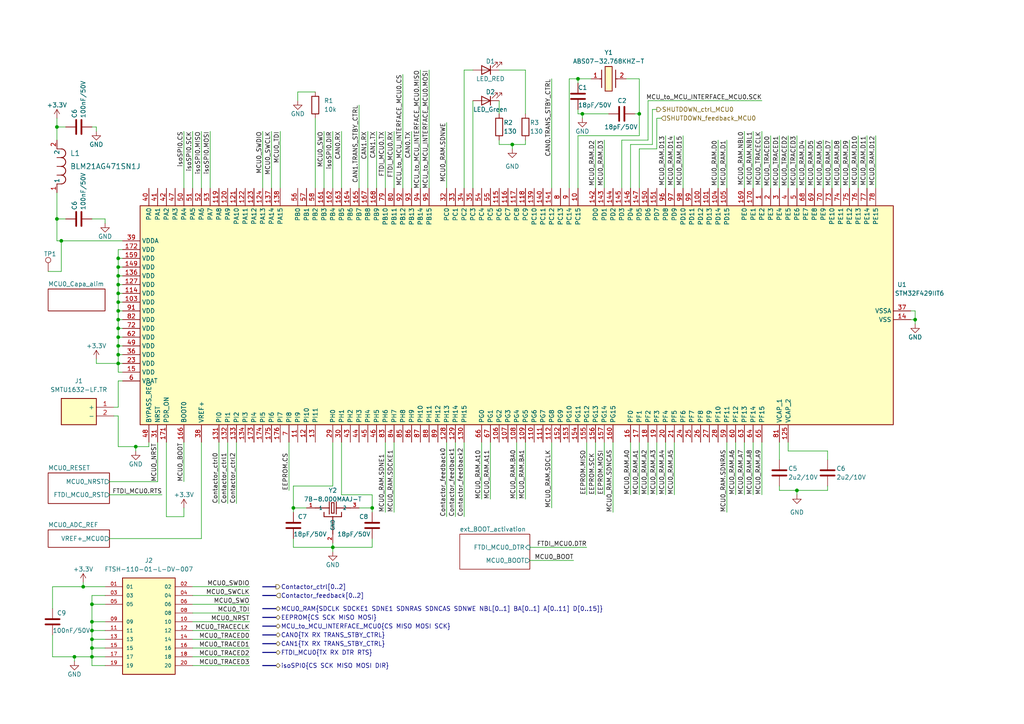
<source format=kicad_sch>
(kicad_sch (version 20230121) (generator eeschema)
  (paper "A4")
  (lib_symbols
    (symbol "2023-11-05_10-50-36:BLM21AG471SN1J" (pin_names (offset 0.254))
      (property "Reference" "L" (at 6.985 5.08 0))
      (property "Value" "BLM21AG471SN1J" (at 6.985 -2.54 0))
      (symbol "BLM21AG471SN1J_1_1"
        (pin unspecified line (at 15.24 0 180) (length 2.54) (name "1") (number "1"))
        (pin unspecified line (at 0 0 0) (length 2.54) (name "2") (number "2"))
      )
      (symbol "BLM21AG471SN1J_1_2"
        (pin unspecified line (at 0 15.24 270) (length 2.54) (name "1") (number "1"))
        (pin unspecified line (at 0 0 90) (length 2.54) (name "2") (number "2"))
      )
    )
    (symbol "7B-8.000MAAJ-T:7B-8.000MAAJ-T" (pin_names (offset 1.016))
      (property "Reference" "Y" (at 3.8109 -4.0649 0))
      (property "Value" "7B-8.000MAAJ-T" (at 3.8168 -6.3614 0))
      (symbol "7B-8.000MAAJ-T_0_0"
        (pin passive line (at -7.62 0 0) (length 2.54) (name "1") (number "1"))
        (pin passive line (at 0 -10.16 90) (length 2.54) (name "GND") (number "2"))
        (pin passive line (at 7.62 0 180) (length 2.54) (name "2") (number "3"))
      )
    )
    (symbol "ABS07-32_768KHZ-T:ABS07-32.768KHZ-T" (pin_names hide)
      (property "Reference" "Y" (at 8.89 6.35 0))
      (property "Value" "ABS07-32.768KHZ-T" (at 8.89 3.81 0))
      (symbol "ABS07-32.768KHZ-T_1_1"
        (pin passive line (at 0 0 0) (length 2.54) (name "1") (number "1"))
        (pin passive line (at 10.16 0 180) (length 2.54) (name "2") (number "2"))
      )
    )
    (symbol "Connector:TestPoint" (pin_numbers hide) (pin_names (offset 0.762) hide)
      (property "Reference" "TP" (at 0 6.858 0))
      (property "Value" "TestPoint" (at 0 5.08 0))
      (symbol "TestPoint_1_1"
        (pin passive line (at 0 0 90) (length 2.54) (name "1") (number "1"))
      )
    )
    (symbol "Device:C" (pin_numbers hide) (pin_names (offset 0.254))
      (property "Reference" "C" (at 0.635 2.54 0))
      (property "Value" "C" (at 0.635 -2.54 0))
      (symbol "C_1_1"
        (pin passive line (at 0 3.81 270) (length 2.794) (name "~") (number "1"))
        (pin passive line (at 0 -3.81 90) (length 2.794) (name "~") (number "2"))
      )
    )
    (symbol "Device:LED" (pin_numbers hide) (pin_names (offset 1.016) hide)
      (property "Reference" "D" (at 0 2.54 0))
      (property "Value" "LED" (at 0 -2.54 0))
      (symbol "LED_1_1"
        (pin passive line (at -3.81 0 0) (length 2.54) (name "K") (number "1"))
        (pin passive line (at 3.81 0 180) (length 2.54) (name "A") (number "2"))
      )
    )
    (symbol "Device:R" (pin_numbers hide) (pin_names (offset 0))
      (property "Reference" "R" (at 2.032 0 90))
      (property "Value" "R" (at 0 0 90))
      (symbol "R_1_1"
        (pin passive line (at 0 3.81 270) (length 1.27) (name "~") (number "1"))
        (pin passive line (at 0 -3.81 90) (length 1.27) (name "~") (number "2"))
      )
    )
    (symbol "FTSH-110-01-L-DV-007:FTSH-110-01-L-DV-007" (pin_names (offset 1.016))
      (property "Reference" "J" (at -8.12 15.24 0))
      (property "Value" "FTSH-110-01-L-DV-007" (at -7.62 -15.24 0))
      (symbol "FTSH-110-01-L-DV-007_0_0"
        (pin passive line (at -12.7 12.7 0) (length 5.08) (name "01") (number "01"))
        (pin passive line (at 12.7 12.7 180) (length 5.08) (name "02") (number "02"))
        (pin passive line (at -12.7 10.16 0) (length 5.08) (name "03") (number "03"))
        (pin passive line (at 12.7 10.16 180) (length 5.08) (name "04") (number "04"))
        (pin passive line (at -12.7 7.62 0) (length 5.08) (name "05") (number "05"))
        (pin passive line (at 12.7 7.62 180) (length 5.08) (name "06") (number "06"))
        (pin passive line (at 12.7 5.08 180) (length 5.08) (name "08") (number "08"))
        (pin passive line (at -12.7 2.54 0) (length 5.08) (name "09") (number "09"))
        (pin passive line (at 12.7 2.54 180) (length 5.08) (name "10") (number "10"))
        (pin passive line (at -12.7 0 0) (length 5.08) (name "11") (number "11"))
        (pin passive line (at 12.7 0 180) (length 5.08) (name "12") (number "12"))
        (pin passive line (at -12.7 -2.54 0) (length 5.08) (name "13") (number "13"))
        (pin passive line (at 12.7 -2.54 180) (length 5.08) (name "14") (number "14"))
        (pin passive line (at -12.7 -5.08 0) (length 5.08) (name "15") (number "15"))
        (pin passive line (at 12.7 -5.08 180) (length 5.08) (name "16") (number "16"))
        (pin passive line (at -12.7 -7.62 0) (length 5.08) (name "17") (number "17"))
        (pin passive line (at 12.7 -7.62 180) (length 5.08) (name "18") (number "18"))
        (pin passive line (at -12.7 -10.16 0) (length 5.08) (name "19") (number "19"))
        (pin passive line (at 12.7 -10.16 180) (length 5.08) (name "20") (number "20"))
      )
    )
    (symbol "MCU_ST_STM32F4:STM32F429IITx"
      (property "Reference" "U" (at -30.48 110.49 0))
      (property "Value" "STM32F429IITx" (at 25.4 110.49 0))
      (symbol "STM32F429IITx_1_1"
        (pin bidirectional line (at 38.1 -71.12 180) (length 5.08) (name "PE2") (number "1"))
        (pin bidirectional line (at 38.1 -17.78 180) (length 5.08) (name "PC15") (number "10"))
        (pin bidirectional line (at 38.1 -53.34 180) (length 5.08) (name "PD12") (number "100"))
        (pin bidirectional line (at 38.1 -55.88 180) (length 5.08) (name "PD13") (number "101"))
        (pin passive line (at 0 -114.3 90) (length 5.08) hide (name "VSS") (number "102"))
        (pin power_in line (at 5.08 114.3 270) (length 5.08) (name "VDD") (number "103"))
        (pin bidirectional line (at 38.1 -58.42 180) (length 5.08) (name "PD14") (number "104"))
        (pin bidirectional line (at 38.1 -60.96 180) (length 5.08) (name "PD15") (number "105"))
        (pin bidirectional line (at -35.56 5.08 0) (length 5.08) (name "PG2") (number "106"))
        (pin bidirectional line (at -35.56 2.54 0) (length 5.08) (name "PG3") (number "107"))
        (pin bidirectional line (at -35.56 0 0) (length 5.08) (name "PG4") (number "108"))
        (pin bidirectional line (at -35.56 -2.54 0) (length 5.08) (name "PG5") (number "109"))
        (pin bidirectional line (at -35.56 63.5 0) (length 5.08) (name "PI9") (number "11"))
        (pin bidirectional line (at -35.56 -5.08 0) (length 5.08) (name "PG6") (number "110"))
        (pin bidirectional line (at -35.56 -7.62 0) (length 5.08) (name "PG7") (number "111"))
        (pin bidirectional line (at -35.56 -10.16 0) (length 5.08) (name "PG8") (number "112"))
        (pin passive line (at 0 -114.3 90) (length 5.08) hide (name "VSS") (number "113"))
        (pin power_in line (at 7.62 114.3 270) (length 5.08) (name "VDD") (number "114"))
        (pin bidirectional line (at 38.1 5.08 180) (length 5.08) (name "PC6") (number "115"))
        (pin bidirectional line (at 38.1 2.54 180) (length 5.08) (name "PC7") (number "116"))
        (pin bidirectional line (at 38.1 0 180) (length 5.08) (name "PC8") (number "117"))
        (pin bidirectional line (at 38.1 -2.54 180) (length 5.08) (name "PC9") (number "118"))
        (pin bidirectional line (at 38.1 86.36 180) (length 5.08) (name "PA8") (number "119"))
        (pin bidirectional line (at -35.56 60.96 0) (length 5.08) (name "PI10") (number "12"))
        (pin bidirectional line (at 38.1 83.82 180) (length 5.08) (name "PA9") (number "120"))
        (pin bidirectional line (at 38.1 81.28 180) (length 5.08) (name "PA10") (number "121"))
        (pin bidirectional line (at 38.1 78.74 180) (length 5.08) (name "PA11") (number "122"))
        (pin bidirectional line (at 38.1 76.2 180) (length 5.08) (name "PA12") (number "123"))
        (pin bidirectional line (at 38.1 73.66 180) (length 5.08) (name "PA13") (number "124"))
        (pin power_out line (at -35.56 -78.74 0) (length 5.08) (name "VCAP_2") (number "125"))
        (pin passive line (at 0 -114.3 90) (length 5.08) hide (name "VSS") (number "126"))
        (pin power_in line (at 10.16 114.3 270) (length 5.08) (name "VDD") (number "127"))
        (pin bidirectional line (at -35.56 20.32 0) (length 5.08) (name "PH13") (number "128"))
        (pin bidirectional line (at -35.56 17.78 0) (length 5.08) (name "PH14") (number "129"))
        (pin bidirectional line (at -35.56 58.42 0) (length 5.08) (name "PI11") (number "13"))
        (pin bidirectional line (at -35.56 15.24 0) (length 5.08) (name "PH15") (number "130"))
        (pin bidirectional line (at -35.56 86.36 0) (length 5.08) (name "PI0") (number "131"))
        (pin bidirectional line (at -35.56 83.82 0) (length 5.08) (name "PI1") (number "132"))
        (pin bidirectional line (at -35.56 81.28 0) (length 5.08) (name "PI2") (number "133"))
        (pin bidirectional line (at -35.56 78.74 0) (length 5.08) (name "PI3") (number "134"))
        (pin passive line (at 0 -114.3 90) (length 5.08) hide (name "VSS") (number "135"))
        (pin power_in line (at 12.7 114.3 270) (length 5.08) (name "VDD") (number "136"))
        (pin bidirectional line (at 38.1 71.12 180) (length 5.08) (name "PA14") (number "137"))
        (pin bidirectional line (at 38.1 68.58 180) (length 5.08) (name "PA15") (number "138"))
        (pin bidirectional line (at 38.1 -5.08 180) (length 5.08) (name "PC10") (number "139"))
        (pin power_in line (at 0 -114.3 90) (length 5.08) (name "VSS") (number "14"))
        (pin bidirectional line (at 38.1 -7.62 180) (length 5.08) (name "PC11") (number "140"))
        (pin bidirectional line (at 38.1 -10.16 180) (length 5.08) (name "PC12") (number "141"))
        (pin bidirectional line (at 38.1 -22.86 180) (length 5.08) (name "PD0") (number "142"))
        (pin bidirectional line (at 38.1 -25.4 180) (length 5.08) (name "PD1") (number "143"))
        (pin bidirectional line (at 38.1 -27.94 180) (length 5.08) (name "PD2") (number "144"))
        (pin bidirectional line (at 38.1 -30.48 180) (length 5.08) (name "PD3") (number "145"))
        (pin bidirectional line (at 38.1 -33.02 180) (length 5.08) (name "PD4") (number "146"))
        (pin bidirectional line (at 38.1 -35.56 180) (length 5.08) (name "PD5") (number "147"))
        (pin passive line (at 0 -114.3 90) (length 5.08) hide (name "VSS") (number "148"))
        (pin power_in line (at 15.24 114.3 270) (length 5.08) (name "VDD") (number "149"))
        (pin power_in line (at -15.24 114.3 270) (length 5.08) (name "VDD") (number "15"))
        (pin bidirectional line (at 38.1 -38.1 180) (length 5.08) (name "PD6") (number "150"))
        (pin bidirectional line (at 38.1 -40.64 180) (length 5.08) (name "PD7") (number "151"))
        (pin bidirectional line (at -35.56 -12.7 0) (length 5.08) (name "PG9") (number "152"))
        (pin bidirectional line (at -35.56 -15.24 0) (length 5.08) (name "PG10") (number "153"))
        (pin bidirectional line (at -35.56 -17.78 0) (length 5.08) (name "PG11") (number "154"))
        (pin bidirectional line (at -35.56 -20.32 0) (length 5.08) (name "PG12") (number "155"))
        (pin bidirectional line (at -35.56 -22.86 0) (length 5.08) (name "PG13") (number "156"))
        (pin bidirectional line (at -35.56 -25.4 0) (length 5.08) (name "PG14") (number "157"))
        (pin passive line (at 0 -114.3 90) (length 5.08) hide (name "VSS") (number "158"))
        (pin power_in line (at 17.78 114.3 270) (length 5.08) (name "VDD") (number "159"))
        (pin bidirectional line (at -35.56 -33.02 0) (length 5.08) (name "PF0") (number "16"))
        (pin bidirectional line (at -35.56 -27.94 0) (length 5.08) (name "PG15") (number "160"))
        (pin bidirectional line (at 38.1 55.88 180) (length 5.08) (name "PB3") (number "161"))
        (pin bidirectional line (at 38.1 53.34 180) (length 5.08) (name "PB4") (number "162"))
        (pin bidirectional line (at 38.1 50.8 180) (length 5.08) (name "PB5") (number "163"))
        (pin bidirectional line (at 38.1 48.26 180) (length 5.08) (name "PB6") (number "164"))
        (pin bidirectional line (at 38.1 45.72 180) (length 5.08) (name "PB7") (number "165"))
        (pin input line (at -35.56 96.52 0) (length 5.08) (name "BOOT0") (number "166"))
        (pin bidirectional line (at 38.1 43.18 180) (length 5.08) (name "PB8") (number "167"))
        (pin bidirectional line (at 38.1 40.64 180) (length 5.08) (name "PB9") (number "168"))
        (pin bidirectional line (at 38.1 -66.04 180) (length 5.08) (name "PE0") (number "169"))
        (pin bidirectional line (at -35.56 -35.56 0) (length 5.08) (name "PF1") (number "17"))
        (pin bidirectional line (at 38.1 -68.58 180) (length 5.08) (name "PE1") (number "170"))
        (pin input line (at -35.56 101.6 0) (length 5.08) (name "PDR_ON") (number "171"))
        (pin power_in line (at 20.32 114.3 270) (length 5.08) (name "VDD") (number "172"))
        (pin bidirectional line (at -35.56 76.2 0) (length 5.08) (name "PI4") (number "173"))
        (pin bidirectional line (at -35.56 73.66 0) (length 5.08) (name "PI5") (number "174"))
        (pin bidirectional line (at -35.56 71.12 0) (length 5.08) (name "PI6") (number "175"))
        (pin bidirectional line (at -35.56 68.58 0) (length 5.08) (name "PI7") (number "176"))
        (pin bidirectional line (at -35.56 -38.1 0) (length 5.08) (name "PF2") (number "18"))
        (pin bidirectional line (at -35.56 -40.64 0) (length 5.08) (name "PF3") (number "19"))
        (pin bidirectional line (at 38.1 -73.66 180) (length 5.08) (name "PE3") (number "2"))
        (pin bidirectional line (at -35.56 -43.18 0) (length 5.08) (name "PF4") (number "20"))
        (pin bidirectional line (at -35.56 -45.72 0) (length 5.08) (name "PF5") (number "21"))
        (pin passive line (at 0 -114.3 90) (length 5.08) hide (name "VSS") (number "22"))
        (pin power_in line (at -12.7 114.3 270) (length 5.08) (name "VDD") (number "23"))
        (pin bidirectional line (at -35.56 -48.26 0) (length 5.08) (name "PF6") (number "24"))
        (pin bidirectional line (at -35.56 -50.8 0) (length 5.08) (name "PF7") (number "25"))
        (pin bidirectional line (at -35.56 -53.34 0) (length 5.08) (name "PF8") (number "26"))
        (pin bidirectional line (at -35.56 -55.88 0) (length 5.08) (name "PF9") (number "27"))
        (pin bidirectional line (at -35.56 -58.42 0) (length 5.08) (name "PF10") (number "28"))
        (pin bidirectional line (at -35.56 53.34 0) (length 5.08) (name "PH0") (number "29"))
        (pin bidirectional line (at 38.1 -76.2 180) (length 5.08) (name "PE4") (number "3"))
        (pin bidirectional line (at -35.56 50.8 0) (length 5.08) (name "PH1") (number "30"))
        (pin input line (at -35.56 104.14 0) (length 5.08) (name "NRST") (number "31"))
        (pin bidirectional line (at 38.1 20.32 180) (length 5.08) (name "PC0") (number "32"))
        (pin bidirectional line (at 38.1 17.78 180) (length 5.08) (name "PC1") (number "33"))
        (pin bidirectional line (at 38.1 15.24 180) (length 5.08) (name "PC2") (number "34"))
        (pin bidirectional line (at 38.1 12.7 180) (length 5.08) (name "PC3") (number "35"))
        (pin power_in line (at -10.16 114.3 270) (length 5.08) (name "VDD") (number "36"))
        (pin power_in line (at 2.54 -114.3 90) (length 5.08) (name "VSSA") (number "37"))
        (pin input line (at -35.56 91.44 0) (length 5.08) (name "VREF+") (number "38"))
        (pin power_in line (at 22.86 114.3 270) (length 5.08) (name "VDDA") (number "39"))
        (pin bidirectional line (at 38.1 -78.74 180) (length 5.08) (name "PE5") (number "4"))
        (pin bidirectional line (at 38.1 106.68 180) (length 5.08) (name "PA0") (number "40"))
        (pin bidirectional line (at 38.1 104.14 180) (length 5.08) (name "PA1") (number "41"))
        (pin bidirectional line (at 38.1 101.6 180) (length 5.08) (name "PA2") (number "42"))
        (pin bidirectional line (at -35.56 48.26 0) (length 5.08) (name "PH2") (number "43"))
        (pin bidirectional line (at -35.56 45.72 0) (length 5.08) (name "PH3") (number "44"))
        (pin bidirectional line (at -35.56 43.18 0) (length 5.08) (name "PH4") (number "45"))
        (pin bidirectional line (at -35.56 40.64 0) (length 5.08) (name "PH5") (number "46"))
        (pin bidirectional line (at 38.1 99.06 180) (length 5.08) (name "PA3") (number "47"))
        (pin input line (at -35.56 106.68 0) (length 5.08) (name "BYPASS_REG") (number "48"))
        (pin power_in line (at -7.62 114.3 270) (length 5.08) (name "VDD") (number "49"))
        (pin bidirectional line (at 38.1 -81.28 180) (length 5.08) (name "PE6") (number "5"))
        (pin bidirectional line (at 38.1 96.52 180) (length 5.08) (name "PA4") (number "50"))
        (pin bidirectional line (at 38.1 93.98 180) (length 5.08) (name "PA5") (number "51"))
        (pin bidirectional line (at 38.1 91.44 180) (length 5.08) (name "PA6") (number "52"))
        (pin bidirectional line (at 38.1 88.9 180) (length 5.08) (name "PA7") (number "53"))
        (pin bidirectional line (at 38.1 10.16 180) (length 5.08) (name "PC4") (number "54"))
        (pin bidirectional line (at 38.1 7.62 180) (length 5.08) (name "PC5") (number "55"))
        (pin bidirectional line (at 38.1 63.5 180) (length 5.08) (name "PB0") (number "56"))
        (pin bidirectional line (at 38.1 60.96 180) (length 5.08) (name "PB1") (number "57"))
        (pin bidirectional line (at 38.1 58.42 180) (length 5.08) (name "PB2") (number "58"))
        (pin bidirectional line (at -35.56 -60.96 0) (length 5.08) (name "PF11") (number "59"))
        (pin power_in line (at -17.78 114.3 270) (length 5.08) (name "VBAT") (number "6"))
        (pin bidirectional line (at -35.56 -63.5 0) (length 5.08) (name "PF12") (number "60"))
        (pin passive line (at 0 -114.3 90) (length 5.08) hide (name "VSS") (number "61"))
        (pin power_in line (at -5.08 114.3 270) (length 5.08) (name "VDD") (number "62"))
        (pin bidirectional line (at -35.56 -66.04 0) (length 5.08) (name "PF13") (number "63"))
        (pin bidirectional line (at -35.56 -68.58 0) (length 5.08) (name "PF14") (number "64"))
        (pin bidirectional line (at -35.56 -71.12 0) (length 5.08) (name "PF15") (number "65"))
        (pin bidirectional line (at -35.56 10.16 0) (length 5.08) (name "PG0") (number "66"))
        (pin bidirectional line (at -35.56 7.62 0) (length 5.08) (name "PG1") (number "67"))
        (pin bidirectional line (at 38.1 -83.82 180) (length 5.08) (name "PE7") (number "68"))
        (pin bidirectional line (at 38.1 -86.36 180) (length 5.08) (name "PE8") (number "69"))
        (pin bidirectional line (at -35.56 66.04 0) (length 5.08) (name "PI8") (number "7"))
        (pin bidirectional line (at 38.1 -88.9 180) (length 5.08) (name "PE9") (number "70"))
        (pin passive line (at 0 -114.3 90) (length 5.08) hide (name "VSS") (number "71"))
        (pin power_in line (at -2.54 114.3 270) (length 5.08) (name "VDD") (number "72"))
        (pin bidirectional line (at 38.1 -91.44 180) (length 5.08) (name "PE10") (number "73"))
        (pin bidirectional line (at 38.1 -93.98 180) (length 5.08) (name "PE11") (number "74"))
        (pin bidirectional line (at 38.1 -96.52 180) (length 5.08) (name "PE12") (number "75"))
        (pin bidirectional line (at 38.1 -99.06 180) (length 5.08) (name "PE13") (number "76"))
        (pin bidirectional line (at 38.1 -101.6 180) (length 5.08) (name "PE14") (number "77"))
        (pin bidirectional line (at 38.1 -104.14 180) (length 5.08) (name "PE15") (number "78"))
        (pin bidirectional line (at 38.1 38.1 180) (length 5.08) (name "PB10") (number "79"))
        (pin bidirectional line (at 38.1 -12.7 180) (length 5.08) (name "PC13") (number "8"))
        (pin bidirectional line (at 38.1 35.56 180) (length 5.08) (name "PB11") (number "80"))
        (pin power_out line (at -35.56 -76.2 0) (length 5.08) (name "VCAP_1") (number "81"))
        (pin power_in line (at 0 114.3 270) (length 5.08) (name "VDD") (number "82"))
        (pin bidirectional line (at -35.56 38.1 0) (length 5.08) (name "PH6") (number "83"))
        (pin bidirectional line (at -35.56 35.56 0) (length 5.08) (name "PH7") (number "84"))
        (pin bidirectional line (at -35.56 33.02 0) (length 5.08) (name "PH8") (number "85"))
        (pin bidirectional line (at -35.56 30.48 0) (length 5.08) (name "PH9") (number "86"))
        (pin bidirectional line (at -35.56 27.94 0) (length 5.08) (name "PH10") (number "87"))
        (pin bidirectional line (at -35.56 25.4 0) (length 5.08) (name "PH11") (number "88"))
        (pin bidirectional line (at -35.56 22.86 0) (length 5.08) (name "PH12") (number "89"))
        (pin bidirectional line (at 38.1 -15.24 180) (length 5.08) (name "PC14") (number "9"))
        (pin passive line (at 0 -114.3 90) (length 5.08) hide (name "VSS") (number "90"))
        (pin power_in line (at 2.54 114.3 270) (length 5.08) (name "VDD") (number "91"))
        (pin bidirectional line (at 38.1 33.02 180) (length 5.08) (name "PB12") (number "92"))
        (pin bidirectional line (at 38.1 30.48 180) (length 5.08) (name "PB13") (number "93"))
        (pin bidirectional line (at 38.1 27.94 180) (length 5.08) (name "PB14") (number "94"))
        (pin bidirectional line (at 38.1 25.4 180) (length 5.08) (name "PB15") (number "95"))
        (pin bidirectional line (at 38.1 -43.18 180) (length 5.08) (name "PD8") (number "96"))
        (pin bidirectional line (at 38.1 -45.72 180) (length 5.08) (name "PD9") (number "97"))
        (pin bidirectional line (at 38.1 -48.26 180) (length 5.08) (name "PD10") (number "98"))
        (pin bidirectional line (at 38.1 -50.8 180) (length 5.08) (name "PD11") (number "99"))
      )
    )
    (symbol "SMTU1632-LF_TR:SMTU1632-LF.TR"
      (property "Reference" "J" (at 16.51 7.62 0))
      (property "Value" "SMTU1632-LF.TR" (at 16.51 5.08 0))
      (symbol "SMTU1632-LF.TR_1_1"
        (pin passive line (at 0 0 0) (length 5.08) (name "+") (number "1"))
        (pin passive line (at 0 -2.54 0) (length 5.08) (name "-") (number "2"))
      )
    )
    (symbol "bmsPower_Symbols:+3V3_0" (power) (in_bom no) (on_board no)
      (property "Value" "+3V3_0" (at 0 3.302 0))
      (symbol "+3V3_0_1_1"
        (pin power_in line (at 0 0 90) (length 0) hide (name "+3.3V") (number "1"))
      )
    )
    (symbol "bmsPower_Symbols:GND_0" (power) (in_bom no) (on_board no)
      (property "Value" "GND_0" (at 0 -4.064 0))
      (symbol "GND_0_1_1"
        (pin power_in line (at 0 0 270) (length 0) hide (name "GND") (number "1"))
      )
    )
  )
  (junction (at 85.09 147.32))
  (junction (at 26.67 182.88))
  (junction (at 167.64 22.86))
  (junction (at 21.59 190.5))
  (junction (at 265.43 92.71))
  (junction (at 96.52 158.75))
  (junction (at 185.42 33.02))
  (junction (at 148.59 41.91))
  (junction (at 34.29 102.87))
  (junction (at 39.37 129.54))
  (junction (at 34.29 90.17))
  (junction (at 168.91 33.02))
  (junction (at 26.67 180.34))
  (junction (at 26.67 187.96))
  (junction (at 17.78 69.85))
  (junction (at 26.67 190.5))
  (junction (at 26.67 175.26))
  (junction (at 24.13 170.18))
  (junction (at 34.29 105.41))
  (junction (at 34.29 95.25))
  (junction (at 34.29 92.71))
  (junction (at 34.29 85.09))
  (junction (at 34.29 87.63))
  (junction (at 34.29 97.79))
  (junction (at 16.51 63.5))
  (junction (at 231.14 142.24))
  (junction (at 34.29 80.01))
  (junction (at 34.29 82.55))
  (junction (at 34.29 74.93))
  (junction (at 34.29 100.33))
  (junction (at 107.95 147.32))
  (junction (at 34.29 77.47))
  (junction (at 16.51 36.83))
  (junction (at 26.67 185.42))
  (wire (pts (xy 153.67 158.75) (xy 170.18 158.75)))
  (wire (pts (xy 233.68 40.64) (xy 233.68 54.61)))
  (wire (pts (xy 34.29 102.87) (xy 35.56 102.87)))
  (wire (pts (xy 181.61 22.86) (xy 185.42 22.86)))
  (wire (pts (xy 243.84 40.64) (xy 243.84 54.61)))
  (wire (pts (xy 13.97 78.74) (xy 17.78 78.74)))
  (wire (pts (xy 175.26 128.27) (xy 175.26 143.51)))
  (wire (pts (xy 119.38 54.61) (xy 119.38 38.1)))
  (wire (pts (xy 223.52 39.37) (xy 223.52 54.61)))
  (wire (pts (xy 68.58 128.27) (xy 68.58 146.05)))
  (wire (pts (xy 55.88 193.04) (xy 72.39 193.04)))
  (wire (pts (xy 160.02 54.61) (xy 160.02 22.86)))
  (wire (pts (xy 27.94 36.83) (xy 27.94 38.1)))
  (wire (pts (xy 26.67 182.88) (xy 30.48 182.88)))
  (wire (pts (xy 34.29 80.01) (xy 35.56 80.01)))
  (wire (pts (xy 26.67 193.04) (xy 30.48 193.04)))
  (wire (pts (xy 34.29 110.49) (xy 35.56 110.49)))
  (wire (pts (xy 121.92 54.61) (xy 121.92 20.32)))
  (wire (pts (xy 26.67 190.5) (xy 26.67 193.04)))
  (wire (pts (xy 34.29 105.41) (xy 35.56 105.41)))
  (wire (pts (xy 190.5 34.29) (xy 190.5 43.18)))
  (wire (pts (xy 185.42 128.27) (xy 185.42 143.51)))
  (wire (pts (xy 187.96 128.27) (xy 187.96 143.51)))
  (wire (pts (xy 184.15 33.02) (xy 185.42 33.02)))
  (wire (pts (xy 83.82 128.27) (xy 83.82 142.24)))
  (wire (pts (xy 107.95 143.51) (xy 107.95 147.32)))
  (bus (pts (xy 76.2 186.69) (xy 80.01 186.69)))
  (wire (pts (xy 26.67 185.42) (xy 30.48 185.42)))
  (wire (pts (xy 34.29 77.47) (xy 34.29 80.01)))
  (wire (pts (xy 58.42 128.27) (xy 58.42 156.21)))
  (wire (pts (xy 185.42 33.02) (xy 185.42 39.37)))
  (wire (pts (xy 104.14 147.32) (xy 107.95 147.32)))
  (wire (pts (xy 17.78 78.74) (xy 17.78 69.85)))
  (wire (pts (xy 15.24 184.15) (xy 15.24 190.5)))
  (wire (pts (xy 106.68 38.1) (xy 106.68 54.61)))
  (wire (pts (xy 218.44 128.27) (xy 218.44 143.51)))
  (wire (pts (xy 34.29 100.33) (xy 34.29 102.87)))
  (wire (pts (xy 215.9 38.1) (xy 215.9 54.61)))
  (wire (pts (xy 26.67 172.72) (xy 26.67 175.26)))
  (wire (pts (xy 26.67 180.34) (xy 26.67 182.88)))
  (wire (pts (xy 168.91 33.02) (xy 168.91 34.29)))
  (wire (pts (xy 189.23 31.75) (xy 189.23 41.91)))
  (wire (pts (xy 236.22 40.64) (xy 236.22 54.61)))
  (wire (pts (xy 213.36 128.27) (xy 213.36 143.51)))
  (bus (pts (xy 76.2 170.18) (xy 80.01 170.18)))
  (wire (pts (xy 254 39.37) (xy 254 54.61)))
  (wire (pts (xy 144.78 20.32) (xy 152.4 20.32)))
  (wire (pts (xy 111.76 128.27) (xy 111.76 148.59)))
  (wire (pts (xy 55.88 182.88) (xy 72.39 182.88)))
  (wire (pts (xy 168.91 33.02) (xy 167.64 33.02)))
  (wire (pts (xy 53.34 128.27) (xy 53.34 139.7)))
  (wire (pts (xy 31.75 143.51) (xy 46.99 143.51)))
  (wire (pts (xy 180.34 40.64) (xy 180.34 54.61)))
  (wire (pts (xy 220.98 38.1) (xy 220.98 54.61)))
  (bus (pts (xy 76.2 176.53) (xy 80.01 176.53)))
  (wire (pts (xy 26.67 175.26) (xy 30.48 175.26)))
  (wire (pts (xy 53.34 149.86) (xy 48.26 149.86)))
  (wire (pts (xy 148.59 41.91) (xy 148.59 43.18)))
  (wire (pts (xy 153.67 162.56) (xy 166.37 162.56)))
  (wire (pts (xy 246.38 40.64) (xy 246.38 54.61)))
  (wire (pts (xy 182.88 128.27) (xy 182.88 143.51)))
  (wire (pts (xy 148.59 41.91) (xy 152.4 41.91)))
  (wire (pts (xy 167.64 54.61) (xy 167.64 39.37)))
  (wire (pts (xy 34.29 85.09) (xy 35.56 85.09)))
  (wire (pts (xy 81.28 54.61) (xy 81.28 38.1)))
  (wire (pts (xy 180.34 40.64) (xy 187.96 40.64)))
  (wire (pts (xy 210.82 40.64) (xy 210.82 54.61)))
  (wire (pts (xy 177.8 128.27) (xy 177.8 148.59)))
  (wire (pts (xy 26.67 175.26) (xy 26.67 180.34)))
  (wire (pts (xy 24.13 168.91) (xy 24.13 170.18)))
  (wire (pts (xy 168.91 33.02) (xy 176.53 33.02)))
  (wire (pts (xy 85.09 158.75) (xy 96.52 158.75)))
  (wire (pts (xy 195.58 39.37) (xy 195.58 54.61)))
  (wire (pts (xy 187.96 29.21) (xy 220.98 29.21)))
  (wire (pts (xy 172.72 40.64) (xy 172.72 54.61)))
  (wire (pts (xy 26.67 190.5) (xy 30.48 190.5)))
  (wire (pts (xy 76.2 54.61) (xy 76.2 38.1)))
  (wire (pts (xy 34.29 92.71) (xy 35.56 92.71)))
  (wire (pts (xy 55.88 38.1) (xy 55.88 54.61)))
  (wire (pts (xy 228.6 39.37) (xy 228.6 54.61)))
  (wire (pts (xy 34.29 129.54) (xy 39.37 129.54)))
  (wire (pts (xy 34.29 85.09) (xy 34.29 87.63)))
  (wire (pts (xy 34.29 80.01) (xy 34.29 82.55)))
  (wire (pts (xy 58.42 38.1) (xy 58.42 54.61)))
  (wire (pts (xy 55.88 180.34) (xy 72.39 180.34)))
  (wire (pts (xy 93.98 54.61) (xy 93.98 38.1)))
  (wire (pts (xy 231.14 39.37) (xy 231.14 54.61)))
  (wire (pts (xy 228.6 128.27) (xy 228.6 130.81)))
  (wire (pts (xy 198.12 39.37) (xy 198.12 54.61)))
  (wire (pts (xy 96.52 158.75) (xy 96.52 160.02)))
  (wire (pts (xy 210.82 128.27) (xy 210.82 148.59)))
  (wire (pts (xy 228.6 130.81) (xy 240.03 130.81)))
  (wire (pts (xy 114.3 54.61) (xy 114.3 38.1)))
  (bus (pts (xy 76.2 184.15) (xy 80.01 184.15)))
  (wire (pts (xy 107.95 156.21) (xy 107.95 158.75)))
  (wire (pts (xy 21.59 190.5) (xy 21.59 191.77)))
  (wire (pts (xy 24.13 170.18) (xy 30.48 170.18)))
  (bus (pts (xy 76.2 193.04) (xy 80.01 193.04)))
  (wire (pts (xy 34.29 92.71) (xy 34.29 95.25)))
  (wire (pts (xy 149.86 128.27) (xy 149.86 144.78)))
  (wire (pts (xy 172.72 128.27) (xy 172.72 143.51)))
  (wire (pts (xy 78.74 54.61) (xy 78.74 38.1)))
  (wire (pts (xy 86.36 26.67) (xy 91.44 26.67)))
  (wire (pts (xy 96.52 54.61) (xy 96.52 38.1)))
  (wire (pts (xy 134.62 128.27) (xy 134.62 149.86)))
  (wire (pts (xy 34.29 95.25) (xy 35.56 95.25)))
  (wire (pts (xy 185.42 43.18) (xy 185.42 54.61)))
  (wire (pts (xy 264.16 90.17) (xy 265.43 90.17)))
  (wire (pts (xy 34.29 105.41) (xy 34.29 107.95)))
  (wire (pts (xy 31.75 139.7) (xy 45.72 139.7)))
  (wire (pts (xy 129.54 128.27) (xy 129.54 149.86)))
  (wire (pts (xy 53.34 38.1) (xy 53.34 54.61)))
  (wire (pts (xy 160.02 128.27) (xy 160.02 147.32)))
  (wire (pts (xy 142.24 128.27) (xy 142.24 144.78)))
  (wire (pts (xy 60.96 38.1) (xy 60.96 54.61)))
  (wire (pts (xy 26.67 180.34) (xy 30.48 180.34)))
  (wire (pts (xy 63.5 128.27) (xy 63.5 146.05)))
  (wire (pts (xy 185.42 43.18) (xy 190.5 43.18)))
  (wire (pts (xy 33.02 120.65) (xy 34.29 120.65)))
  (wire (pts (xy 251.46 39.37) (xy 251.46 54.61)))
  (wire (pts (xy 96.52 158.75) (xy 107.95 158.75)))
  (wire (pts (xy 34.29 87.63) (xy 35.56 87.63)))
  (wire (pts (xy 17.78 69.85) (xy 16.51 69.85)))
  (wire (pts (xy 30.48 63.5) (xy 30.48 64.77)))
  (bus (pts (xy 76.2 179.07) (xy 80.01 179.07)))
  (wire (pts (xy 26.67 187.96) (xy 26.67 190.5)))
  (wire (pts (xy 55.88 190.5) (xy 72.39 190.5)))
  (wire (pts (xy 167.64 22.86) (xy 167.64 24.13)))
  (wire (pts (xy 43.18 128.27) (xy 43.18 129.54)))
  (wire (pts (xy 144.78 29.21) (xy 144.78 33.02)))
  (wire (pts (xy 16.51 36.83) (xy 19.05 36.83)))
  (bus (pts (xy 76.2 172.72) (xy 80.01 172.72)))
  (wire (pts (xy 182.88 41.91) (xy 182.88 54.61)))
  (wire (pts (xy 26.67 182.88) (xy 26.67 185.42)))
  (wire (pts (xy 16.51 55.88) (xy 16.51 63.5)))
  (wire (pts (xy 16.51 63.5) (xy 19.05 63.5)))
  (wire (pts (xy 66.04 128.27) (xy 66.04 146.05)))
  (wire (pts (xy 190.5 128.27) (xy 190.5 143.51)))
  (bus (pts (xy 76.2 189.23) (xy 80.01 189.23)))
  (wire (pts (xy 99.06 128.27) (xy 99.06 143.51)))
  (wire (pts (xy 55.88 177.8) (xy 72.39 177.8)))
  (wire (pts (xy 134.62 20.32) (xy 134.62 54.61)))
  (wire (pts (xy 34.29 102.87) (xy 34.29 105.41)))
  (wire (pts (xy 85.09 140.97) (xy 96.52 140.97)))
  (wire (pts (xy 182.88 41.91) (xy 189.23 41.91)))
  (wire (pts (xy 26.67 185.42) (xy 26.67 187.96)))
  (wire (pts (xy 86.36 26.67) (xy 86.36 29.21)))
  (wire (pts (xy 15.24 190.5) (xy 21.59 190.5)))
  (wire (pts (xy 132.08 128.27) (xy 132.08 149.86)))
  (wire (pts (xy 241.3 40.64) (xy 241.3 54.61)))
  (wire (pts (xy 226.06 140.97) (xy 226.06 142.24)))
  (wire (pts (xy 231.14 142.24) (xy 240.03 142.24)))
  (wire (pts (xy 144.78 41.91) (xy 148.59 41.91)))
  (wire (pts (xy 152.4 20.32) (xy 152.4 33.02)))
  (wire (pts (xy 55.88 187.96) (xy 72.39 187.96)))
  (wire (pts (xy 175.26 40.64) (xy 175.26 54.61)))
  (wire (pts (xy 34.29 77.47) (xy 35.56 77.47)))
  (wire (pts (xy 190.5 34.29) (xy 191.77 34.29)))
  (wire (pts (xy 55.88 185.42) (xy 72.39 185.42)))
  (wire (pts (xy 85.09 156.21) (xy 85.09 158.75)))
  (wire (pts (xy 193.04 128.27) (xy 193.04 143.51)))
  (wire (pts (xy 15.24 170.18) (xy 24.13 170.18)))
  (wire (pts (xy 16.51 63.5) (xy 16.51 69.85)))
  (wire (pts (xy 34.29 90.17) (xy 35.56 90.17)))
  (wire (pts (xy 48.26 128.27) (xy 48.26 149.86)))
  (wire (pts (xy 16.51 36.83) (xy 16.51 40.64)))
  (wire (pts (xy 34.29 74.93) (xy 34.29 72.39)))
  (wire (pts (xy 53.34 147.32) (xy 53.34 149.86)))
  (wire (pts (xy 16.51 34.29) (xy 16.51 36.83)))
  (wire (pts (xy 27.94 105.41) (xy 27.94 104.14)))
  (wire (pts (xy 189.23 31.75) (xy 190.5 31.75)))
  (wire (pts (xy 165.1 22.86) (xy 165.1 54.61)))
  (wire (pts (xy 26.67 172.72) (xy 30.48 172.72)))
  (wire (pts (xy 144.78 40.64) (xy 144.78 41.91)))
  (wire (pts (xy 96.52 128.27) (xy 96.52 140.97)))
  (wire (pts (xy 39.37 129.54) (xy 43.18 129.54)))
  (wire (pts (xy 34.29 82.55) (xy 34.29 85.09)))
  (wire (pts (xy 139.7 128.27) (xy 139.7 144.78)))
  (wire (pts (xy 134.62 20.32) (xy 137.16 20.32)))
  (wire (pts (xy 27.94 105.41) (xy 34.29 105.41)))
  (wire (pts (xy 85.09 140.97) (xy 85.09 147.32)))
  (wire (pts (xy 187.96 29.21) (xy 187.96 40.64)))
  (wire (pts (xy 33.02 118.11) (xy 34.29 118.11)))
  (wire (pts (xy 114.3 128.27) (xy 114.3 148.59)))
  (wire (pts (xy 215.9 128.27) (xy 215.9 143.51)))
  (wire (pts (xy 265.43 92.71) (xy 265.43 93.98)))
  (wire (pts (xy 34.29 90.17) (xy 34.29 92.71)))
  (wire (pts (xy 17.78 69.85) (xy 35.56 69.85)))
  (wire (pts (xy 96.52 157.48) (xy 96.52 158.75)))
  (wire (pts (xy 34.29 74.93) (xy 35.56 74.93)))
  (wire (pts (xy 45.72 128.27) (xy 45.72 139.7)))
  (wire (pts (xy 165.1 22.86) (xy 167.64 22.86)))
  (wire (pts (xy 226.06 128.27) (xy 226.06 133.35)))
  (wire (pts (xy 111.76 54.61) (xy 111.76 38.1)))
  (wire (pts (xy 91.44 54.61) (xy 91.44 34.29)))
  (wire (pts (xy 240.03 130.81) (xy 240.03 133.35)))
  (wire (pts (xy 193.04 39.37) (xy 193.04 54.61)))
  (wire (pts (xy 167.64 39.37) (xy 185.42 39.37)))
  (wire (pts (xy 218.44 38.1) (xy 218.44 54.61)))
  (wire (pts (xy 34.29 97.79) (xy 35.56 97.79)))
  (wire (pts (xy 34.29 107.95) (xy 35.56 107.95)))
  (wire (pts (xy 220.98 128.27) (xy 220.98 143.51)))
  (wire (pts (xy 26.67 36.83) (xy 27.94 36.83)))
  (wire (pts (xy 167.64 31.75) (xy 167.64 33.02)))
  (wire (pts (xy 34.29 95.25) (xy 34.29 97.79)))
  (wire (pts (xy 240.03 140.97) (xy 240.03 142.24)))
  (wire (pts (xy 104.14 30.48) (xy 104.14 54.61)))
  (wire (pts (xy 55.88 170.18) (xy 72.39 170.18)))
  (wire (pts (xy 34.29 100.33) (xy 34.29 97.79)))
  (wire (pts (xy 55.88 175.26) (xy 72.39 175.26)))
  (wire (pts (xy 55.88 172.72) (xy 72.39 172.72)))
  (wire (pts (xy 26.67 187.96) (xy 30.48 187.96)))
  (wire (pts (xy 152.4 40.64) (xy 152.4 41.91)))
  (wire (pts (xy 99.06 54.61) (xy 99.06 38.1)))
  (wire (pts (xy 34.29 110.49) (xy 34.29 118.11)))
  (wire (pts (xy 167.64 22.86) (xy 171.45 22.86)))
  (wire (pts (xy 107.95 147.32) (xy 107.95 148.59)))
  (wire (pts (xy 99.06 143.51) (xy 107.95 143.51)))
  (wire (pts (xy 231.14 142.24) (xy 231.14 143.51)))
  (wire (pts (xy 170.18 128.27) (xy 170.18 143.51)))
  (wire (pts (xy 34.29 77.47) (xy 34.29 74.93)))
  (wire (pts (xy 208.28 40.64) (xy 208.28 54.61)))
  (wire (pts (xy 21.59 190.5) (xy 26.67 190.5)))
  (wire (pts (xy 39.37 129.54) (xy 39.37 130.81)))
  (wire (pts (xy 85.09 147.32) (xy 85.09 148.59)))
  (wire (pts (xy 109.22 38.1) (xy 109.22 54.61)))
  (wire (pts (xy 34.29 120.65) (xy 34.29 129.54)))
  (wire (pts (xy 195.58 128.27) (xy 195.58 143.51)))
  (wire (pts (xy 31.75 156.21) (xy 58.42 156.21)))
  (bus (pts (xy 76.2 181.61) (xy 80.01 181.61)))
  (wire (pts (xy 26.67 63.5) (xy 30.48 63.5)))
  (wire (pts (xy 34.29 82.55) (xy 35.56 82.55)))
  (wire (pts (xy 152.4 128.27) (xy 152.4 144.78)))
  (wire (pts (xy 248.92 39.37) (xy 248.92 54.61)))
  (wire (pts (xy 34.29 72.39) (xy 35.56 72.39)))
  (wire (pts (xy 85.09 147.32) (xy 88.9 147.32)))
  (wire (pts (xy 264.16 92.71) (xy 265.43 92.71)))
  (wire (pts (xy 15.24 170.18) (xy 15.24 176.53)))
  (wire (pts (xy 238.76 40.64) (xy 238.76 54.61)))
  (wire (pts (xy 137.16 29.21) (xy 137.16 54.61)))
  (wire (pts (xy 226.06 39.37) (xy 226.06 54.61)))
  (wire (pts (xy 124.46 54.61) (xy 124.46 20.32)))
  (wire (pts (xy 185.42 22.86) (xy 185.42 33.02)))
  (wire (pts (xy 34.29 87.63) (xy 34.29 90.17)))
  (wire (pts (xy 34.29 100.33) (xy 35.56 100.33)))
  (wire (pts (xy 265.43 90.17) (xy 265.43 92.71)))
  (wire (pts (xy 226.06 142.24) (xy 231.14 142.24)))
  (wire (pts (xy 116.84 54.61) (xy 116.84 21.59)))
  (wire (pts (xy 129.54 54.61) (xy 129.54 35.56)))
  (label "MCU_to_MCU_INTERFACE_MCU0.MISO" (at 121.92 20.32 270))
  (label "MCU0_TRACECLK" (at 72.39 182.88 180))
  (label "MCU0_RAM.D9" (at 246.38 40.64 270))
  (label "MCU0_RAM.SDNWE" (at 129.54 35.56 270))
  (label "MCU0_RAM.A1" (at 185.42 143.51 90))
  (label "MCU0_RAM.D12" (at 254 39.37 270))
  (label "Contactor_feedback2" (at 134.62 149.86 90))
  (label "CAN1.TX" (at 109.22 38.1 270))
  (label "MCU0_RAM.D11" (at 251.46 39.37 270))
  (label "MCU0_TRACED2" (at 72.39 190.5 180))
  (label "MCU0_BOOT" (at 166.37 162.56 180))
  (label "MCU0_TRACED1" (at 226.06 39.37 270))
  (label "MCU0_RAM.SDNCAS" (at 177.8 148.59 90))
  (label "MCU0_SWO" (at 93.98 38.1 270))
  (label "MCU0_RAM.A5" (at 195.58 143.51 90))
  (label "MCU0_RAM.A10" (at 139.7 144.78 90))
  (label "MCU0_SWCLK" (at 72.39 172.72 180))
  (label "EEPROM.MISO" (at 170.18 143.51 90))
  (label "MCU0_RAM.D4" (at 233.68 40.64 270))
  (label "EEPROM.MOSI" (at 175.26 143.51 90))
  (label "MCU0_RAM.A3" (at 190.5 143.51 90))
  (label "MCU_to_MCU_INTERFACE_MCU0.MOSI" (at 124.46 20.32 270))
  (label "FTDI_MCU0.DTR" (at 170.18 158.75 180))
  (label "MCU0_TRACED0" (at 72.39 185.42 180))
  (label "MCU0_RAM.A0" (at 182.88 143.51 90))
  (label "MCU0_SWO" (at 72.39 175.26 180))
  (label "CAN1.RX" (at 106.68 38.1 270))
  (label "Contactor_ctrl1" (at 66.04 146.05 90))
  (label "MCU0_TRACED1" (at 72.39 187.96 180))
  (label "MCU0_RAM.SDNE1" (at 111.76 148.59 90))
  (label "MCU0_RAM.A6" (at 213.36 143.51 90))
  (label "MCU0_RAM.A8" (at 218.44 143.51 90))
  (label "MCU0_RAM.D1" (at 210.82 40.64 270))
  (label "MCU0_RAM.D10" (at 248.92 39.37 270))
  (label "MCU0_RAM.A11" (at 142.24 144.78 90))
  (label "MCU0_TRACECLK" (at 220.98 38.1 270))
  (label "isoSPI0.MOSI" (at 60.96 38.1 270))
  (label "MCU_to_MCU_INTERFACE_MCU0.SCK" (at 220.98 29.21 180))
  (label "MCU0_RAM.NBL0" (at 215.9 38.1 270))
  (label "MCU0_TRACED3" (at 231.14 39.37 270))
  (label "MCU0_SWDIO" (at 72.39 170.18 180))
  (label "MCU0_SWDIO" (at 76.2 38.1 270))
  (label "Contactor_ctrl0" (at 63.5 146.05 90))
  (label "MCU0_RAM.SDCLK" (at 160.02 147.32 90))
  (label "Contactor_feedback1" (at 132.08 149.86 90))
  (label "MCU0_RAM.SDNRAS" (at 210.82 148.59 90))
  (label "MCU0_TDI" (at 72.39 177.8 180))
  (label "MCU0_NRST" (at 45.72 139.7 90))
  (label "Contactor_ctrl2" (at 68.58 146.05 90))
  (label "isoSPI0.MISO" (at 58.42 38.1 270))
  (label "MCU0_RAM.BA0" (at 149.86 144.78 90))
  (label "MCU0_NRST" (at 72.39 180.34 180))
  (label "EEPROM.CS" (at 83.82 142.24 90))
  (label "MCU0_SWCLK" (at 78.74 38.1 270))
  (label "isoSPI0.CS" (at 53.34 38.1 270))
  (label "CAN0.RX" (at 99.06 38.1 270))
  (label "MCU0_RAM.A4" (at 193.04 143.51 90))
  (label "MCU0_RAM.NBL1" (at 218.44 38.1 270))
  (label "MCU0_TDI" (at 81.28 38.1 270))
  (label "MCU0_RAM.SDCKE1" (at 114.3 148.59 90))
  (label "MCU0_RAM.D13" (at 193.04 39.37 270))
  (label "MCU0_BOOT" (at 53.34 139.7 90))
  (label "MCU0_RAM.A7" (at 215.9 143.51 90))
  (label "MCU0_RAM.A9" (at 220.98 143.51 90))
  (label "MCU0_RAM.A2" (at 187.96 143.51 90))
  (label "MCU0_RAM.D2" (at 172.72 40.64 270))
  (label "isoSPI0.SCK" (at 55.88 38.1 270))
  (label "MCU_to_MCU_INTERFACE_MCU0.CS" (at 116.84 21.59 270))
  (label "CAN0.TRANS_STBY_CTRL" (at 160.02 22.86 270))
  (label "Contactor_feedback0" (at 129.54 149.86 90))
  (label "MCU0_RAM.D14" (at 195.58 39.37 270))
  (label "MCU0_TRACED3" (at 72.39 193.04 180))
  (label "EEPROM.SCK" (at 172.72 143.51 90))
  (label "isoSPI0.DIR" (at 96.52 38.1 270))
  (label "MCU0_TRACED2" (at 228.6 39.37 270))
  (label "MCU0_RAM.D8" (at 243.84 40.64 270))
  (label "FTDI_MCU0.RX" (at 114.3 38.1 270))
  (label "CAN0.TX" (at 119.38 38.1 270))
  (label "MCU0_RAM.D5" (at 236.22 40.64 270))
  (label "MCU0_RAM.D3" (at 175.26 40.64 270))
  (label "MCU0_RAM.BA1" (at 152.4 144.78 90))
  (label "MCU0_TRACED0" (at 223.52 39.37 270))
  (label "CAN1.TRANS_STBY_CTRL" (at 104.14 30.48 270))
  (label "MCU0_RAM.D0" (at 208.28 40.64 270))
  (label "MCU0_RAM.D6" (at 238.76 40.64 270))
  (label "MCU0_RAM.D15" (at 198.12 39.37 270))
  (label "MCU0_RAM.D7" (at 241.3 40.64 270))
  (label "FTDI_MCU0.TX" (at 111.76 38.1 270))
  (label "FTDI_MCU0.RTS" (at 46.99 143.51 180))
  (hierarchical_label "MCU0_RAM{SDCLK SDCKE1 SDNE1 SDNRAS SDNCAS SDNWE NBL[0..1] BA[0..1] A[0..11] D[0..15]}" (shape bidirectional) (at 80.01 176.53 0))
  (hierarchical_label "SHUTDOWN_ctrl_MCU0" (shape output) (at 190.5 31.75 0))
  (hierarchical_label "isoSPI0{CS SCK MISO MOSI DIR}" (shape bidirectional) (at 80.01 193.04 0))
  (hierarchical_label "CAN0{TX RX TRANS_STBY_CTRL}" (shape bidirectional) (at 80.01 184.15 0))
  (hierarchical_label "SHUTDOWN_feedback_MCU0" (shape input) (at 191.77 34.29 0))
  (hierarchical_label "Contactor_feedback[0..2]" (shape input) (at 80.01 172.72 0))
  (hierarchical_label "EEPROM{CS SCK MISO MOSI}" (shape bidirectional) (at 80.01 179.07 0))
  (hierarchical_label "MCU_to_MCU_INTERFACE_MCU0{CS MISO MOSI SCK}" (shape bidirectional) (at 80.01 181.61 0))
  (hierarchical_label "CAN1{TX RX TRANS_STBY_CTRL}" (shape bidirectional) (at 80.01 186.69 0))
  (hierarchical_label "FTDI_MCU0{TX RX DTR RTS}" (shape bidirectional) (at 80.01 189.23 0))
  (hierarchical_label "Contactor_ctrl[0..2]" (shape output) (at 80.01 170.18 0))
  (symbol (lib_id "2023-11-05_10-50-36:BLM21AG471SN1J") (at 16.51 40.64 270) (unit 1)
    (property "Reference" "L1" (at 20.32 44.45 90) (effects (font (size 1.524 1.524)) (justify left)))
    (property "Value" "BLM21AG471SN1J" (at 20.32 48.26 90) (effects (font (size 1.524 1.524)) (justify left)))
    (property "Footprint" "BLM21AG471SN1J:IND_BLM21_0805_MUR" (effects hide))
    (property "Datasheet" "BLM21AG471SN1J" (effects hide))
  )
  (symbol (lib_id "Device:C") (at 22.86 63.5 90) (unit 1)
    (property "Reference" "C6" (at 21.59 60.96 0) (effects (justify left)))
    (property "Value" "100nF/50V" (at 24.13 60.96 0) (effects (justify left)))
    (property "Footprint" "Capacitor_SMD:C_0603_1608Metric" (effects hide))
    (instances (project "BMS-Master" (path "" (reference "C6") (unit 1)) (path "" (reference "C4") (unit 1))))
  )
  (symbol (lib_id "Device:LED") (at 140.97 20.32 180) (unit 1)
    (property "Reference" "D1" (at 142.24 17.78 0))
    (property "Value" "LED_RED" (at 142.24 22.86 0))
    (property "Footprint" "LED_SMD:LED_0603_1608Metric" (effects hide))
  )
  (symbol (lib_id "Connector:TestPoint") (at 13.97 78.74 0) (unit 1)
    (property "Reference" "TP1" (at 12.7 73.66 0) (effects (justify left)))
    (property "Value" "TestPoint" (effects hide))
    (property "Footprint" "TestPoint:TestPoint_Keystone_5000-5004_Miniature" (effects hide))
  )
  (symbol (lib_id "Device:R") (at 91.44 30.48 0) (unit 1)
    (property "Reference" "R1" (at 93.98 29.21 0) (effects (justify left)))
    (property "Value" "10k" (at 93.98 31.75 0) (effects (justify left)))
    (property "Footprint" "Resistor_SMD:R_0603_1608Metric" (effects hide))
  )
  (symbol (lib_id "Device:C") (at 22.86 36.83 90) (unit 1)
    (property "Reference" "C6" (at 21.59 34.29 0) (effects (justify left)))
    (property "Value" "100nF/50V" (at 24.13 34.29 0) (effects (justify left)))
    (property "Footprint" "Capacitor_SMD:C_0603_1608Metric" (effects hide))
    (instances (project "BMS-Master" (path "" (reference "C6") (unit 1)) (path "" (reference "C3") (unit 1))))
  )
  (symbol (lib_id "bmsPower_Symbols:+3V3_0") (at 16.51 34.29 0) (unit 1) (in_bom no) (on_board no)
    (property "Reference" "#PWR02" (effects hide))
    (property "Value" "+3V3_0" (at 16.51 30.48 0))
  )
  (symbol (lib_id "Device:R") (at 144.78 36.83 0) (unit 1)
    (property "Reference" "R2" (at 146.05 35.56 0) (effects (justify left)))
    (property "Value" "130" (at 146.05 38.1 0) (effects (justify left)))
    (property "Footprint" "Resistor_SMD:R_0603_1608Metric" (effects hide))
  )
  (symbol (lib_id "bmsPower_Symbols:GND_0") (at 39.37 130.81 0) (unit 1) (in_bom no) (on_board no)
    (property "Reference" "#PWR09" (effects hide))
    (property "Value" "GND_0" (at 39.37 134.62 0))
  )
  (symbol (lib_id "Device:C") (at 226.06 137.16 0) (unit 1)
    (property "Reference" "C5" (at 228.6 135.89 0) (effects (justify left)))
    (property "Value" "2u2/10V" (at 228.6 138.43 0) (effects (justify left)))
    (property "Footprint" "Capacitor_SMD:C_0603_1608Metric" (effects hide))
  )
  (symbol (lib_id "SMTU1632-LF_TR:SMTU1632-LF.TR") (at 33.02 118.11 0) (mirror y) (unit 1)
    (property "Reference" "J1" (at 22.86 110.49 0))
    (property "Value" "SMTU1632-LF.TR" (at 22.86 113.03 0))
    (property "Footprint" "SMTU1632-LF:SMTU1632LFTR" (effects hide))
    (property "Datasheet" "https://www.mouser.com/datasheet/2/346/SMTU1632-LF-28666.pdf" (effects hide))
    (property "Height" "5.6" (effects hide))
    (property "Manufacturer_Name" "RENATA" (effects hide))
    (property "Manufacturer_Part_Number" "SMTU1632-LF.TR" (effects hide))
    (property "Mouser Part Number" "614-SMTU1632-LF.TR" (effects hide))
    (property "Mouser Price/Stock" "https://www.mouser.co.uk/ProductDetail/Renata/SMTU1632-LF.TR?qs=IatN%252Buj5gMh%2F6Q9qm65npg%3D%3D" (effects hide))
  )
  (symbol (lib_id "bmsPower_Symbols:GND_0") (at 231.14 143.51 0) (unit 1) (in_bom no) (on_board no)
    (property "Reference" "#PWR010" (effects hide))
    (property "Value" "GND_0" (at 231.14 148.59 0))
  )
  (symbol (lib_id "7B-8.000MAAJ-T:7B-8.000MAAJ-T") (at 96.52 147.32 0) (unit 1)
    (property "Reference" "Y2" (at 96.52 142.24 0))
    (property "Value" "7B-8.000MAAJ-T" (at 96.52 144.78 0))
    (property "Footprint" "7B-8.000MAAJ-T:OSCSC500X320X105-4N" (effects hide))
    (property "MF" "TXC" (effects hide))
    (property "Description" "\n8 MHz ±30ppm Crystal 18pF 100 Ohms 4-SMD, No Lead\n" (effects hide))
    (property "Package" "SMD-4 Falcon Technical Sales" (effects hide))
    (property "Price" "None" (effects hide))
    (property "Check_prices" "https://www.snapeda.com/parts/7B-8.000MAAJ-T/TXC+CORPORATION/view-part/?ref=eda" (effects hide))
    (property "SnapEDA_Link" "https://www.snapeda.com/parts/7B-8.000MAAJ-T/TXC+CORPORATION/view-part/?ref=snap" (effects hide))
    (property "MP" "7B-8.000MAAJ-T" (effects hide))
    (property "Purchase-URL" "https://www.snapeda.com/api/url_track_click_mouser/?unipart_id=48963&manufacturer=TXC&part_name=7B-8.000MAAJ-T&search_term=None" (effects hide))
    (property "Availability" "In Stock" (effects hide))
    (property "MANUFACTURER" "TXC Corporation" (effects hide))
  )
  (symbol (lib_id "Device:R") (at 152.4 36.83 0) (unit 1)
    (property "Reference" "R3" (at 153.67 35.56 0) (effects (justify left)))
    (property "Value" "130" (at 153.67 38.1 0) (effects (justify left)))
    (property "Footprint" "Resistor_SMD:R_0603_1608Metric" (effects hide))
  )
  (symbol (lib_id "bmsPower_Symbols:+3V3_0") (at 53.34 147.32 0) (unit 1) (in_bom no) (on_board no)
    (property "Reference" "#PWR011" (effects hide))
    (property "Value" "+3V3_0" (at 53.34 143.51 0))
  )
  (symbol (lib_id "bmsPower_Symbols:GND_0") (at 27.94 38.1 0) (unit 1) (in_bom no) (on_board no)
    (property "Reference" "#PWR04" (effects hide))
    (property "Value" "GND_0" (at 27.94 41.91 0))
  )
  (symbol (lib_id "bmsPower_Symbols:+3V3_0") (at 24.13 168.91 0) (unit 1) (in_bom no) (on_board no)
    (property "Reference" "#PWR013" (effects hide))
    (property "Value" "+3V3_0" (at 24.13 165.1 0))
  )
  (symbol (lib_id "bmsPower_Symbols:GND_0") (at 21.59 191.77 0) (unit 1) (in_bom no) (on_board no)
    (property "Reference" "#PWR014" (effects hide))
    (property "Value" "GND_0" (at 21.59 195.58 0))
  )
  (symbol (lib_id "bmsPower_Symbols:GND_0") (at 86.36 29.21 0) (unit 1) (in_bom no) (on_board no)
    (property "Reference" "#PWR01" (effects hide))
    (property "Value" "GND_0" (at 86.36 33.02 0))
  )
  (symbol (lib_id "Device:C") (at 167.64 27.94 0) (unit 1)
    (property "Reference" "C1" (at 167.64 25.4 0) (effects (justify left)))
    (property "Value" "18pF/50V" (at 167.64 30.48 0) (effects (justify left)))
    (property "Footprint" "Capacitor_SMD:C_0603_1608Metric" (effects hide))
  )
  (symbol (lib_id "Device:C") (at 107.95 152.4 0) (unit 1)
    (property "Reference" "C8" (at 104.14 149.86 0) (effects (justify left)))
    (property "Value" "18pF/50V" (at 97.79 154.94 0) (effects (justify left)))
    (property "Footprint" "Capacitor_SMD:C_0603_1608Metric" (effects hide))
  )
  (symbol (lib_id "MCU_ST_STM32F4:STM32F429IITx") (at 149.86 92.71 90) (unit 1)
    (property "Reference" "U1" (at 261.62 82.55 90))
    (property "Value" "STM32F429IIT6" (at 266.7 85.09 90))
    (property "Footprint" "Package_QFP:LQFP-176_24x24mm_P0.5mm" (effects hide))
    (property "Datasheet" "https://www.st.com/resource/en/datasheet/stm32f429ii.pdf" (effects hide))
  )
  (symbol (lib_id "bmsPower_Symbols:GND_0") (at 265.43 93.98 0) (unit 1) (in_bom no) (on_board no)
    (property "Reference" "#PWR07" (effects hide))
    (property "Value" "GND_0" (at 265.43 97.79 0))
  )
  (symbol (lib_id "Device:LED") (at 140.97 29.21 180) (unit 1)
    (property "Reference" "D2" (at 142.24 26.67 0))
    (property "Value" "LED_Green" (at 142.24 31.75 0))
    (property "Footprint" "LED_SMD:LED_0603_1608Metric" (effects hide))
  )
  (symbol (lib_id "bmsPower_Symbols:GND_0") (at 96.52 160.02 0) (unit 1) (in_bom no) (on_board no)
    (property "Reference" "#PWR012" (effects hide))
    (property "Value" "GND_0" (at 96.52 163.83 0))
  )
  (symbol (lib_id "ABS07-32_768KHZ-T:ABS07-32.768KHZ-T") (at 171.45 22.86 0) (unit 1)
    (property "Reference" "Y1" (at 176.53 15.24 0))
    (property "Value" "ABS07-32.768KHZ-T" (at 176.53 17.78 0))
    (property "Footprint" "ABS07-32.768KHZ-T:ABS07" (effects hide))
    (property "Datasheet" "https://abracon.com/Resonators/ABS07.pdf" (effects hide))
    (property "Height" "0.9" (effects hide))
    (property "Manufacturer_Name" "ABRACON" (effects hide))
    (property "Manufacturer_Part_Number" "ABS07-32.768KHZ-T" (effects hide))
    (property "Mouser Part Number" "815-ABS07-32.768KHZT" (effects hide))
    (property "Mouser Price/Stock" "https://www.mouser.co.uk/ProductDetail/ABRACON/ABS07-32.768KHZ-T?qs=3SpAxaLJ01g8GJWeO3sA3Q%3D%3D" (effects hide))
    (property "Arrow Part Number" "ABS07-32.768KHZ-T" (effects hide))
    (property "Arrow Price/Stock" "https://www.arrow.com/en/products/abs07-32.768khz-t/abracon?region=europe" (effects hide))
  )
  (symbol (lib_id "bmsPower_Symbols:GND_0") (at 168.91 34.29 0) (unit 1) (in_bom no) (on_board no)
    (property "Reference" "#PWR03" (effects hide))
    (property "Value" "GND_0" (at 168.91 38.1 0))
  )
  (symbol (lib_id "Device:C") (at 180.34 33.02 270) (unit 1)
    (property "Reference" "C2" (at 179.07 29.21 90) (effects (justify left)))
    (property "Value" "18pF/50V" (at 175.26 36.83 90) (effects (justify left)))
    (property "Footprint" "Capacitor_SMD:C_0603_1608Metric" (effects hide))
  )
  (symbol (lib_id "bmsPower_Symbols:GND_0") (at 30.48 64.77 0) (unit 1) (in_bom no) (on_board no)
    (property "Reference" "#PWR06" (effects hide))
    (property "Value" "GND_0" (at 30.48 68.58 0))
  )
  (symbol (lib_id "bmsPower_Symbols:+3V3_0") (at 27.94 104.14 0) (unit 1) (in_bom no) (on_board no)
    (property "Reference" "#PWR08" (effects hide))
    (property "Value" "+3V3_0" (at 27.94 100.33 0))
  )
  (symbol (lib_id "bmsPower_Symbols:GND_0") (at 148.59 43.18 0) (unit 1) (in_bom no) (on_board no)
    (property "Reference" "#PWR05" (effects hide))
    (property "Value" "GND_0" (at 148.59 48.26 0))
  )
  (symbol (lib_id "Device:C") (at 240.03 137.16 0) (unit 1)
    (property "Reference" "C6" (at 242.57 135.89 0) (effects (justify left)))
    (property "Value" "2u2/10V" (at 242.57 138.43 0) (effects (justify left)))
    (property "Footprint" "Capacitor_SMD:C_0603_1608Metric" (effects hide))
  )
  (symbol (lib_id "FTSH-110-01-L-DV-007:FTSH-110-01-L-DV-007") (at 43.18 182.88 0) (unit 1)
    (property "Reference" "J2" (at 43.18 162.56 0))
    (property "Value" "FTSH-110-01-L-DV-007" (at 43.18 165.1 0))
    (property "Footprint" "FTSH-110-01-L-DV-007-K-P:SAMTEC_FTSH-110-01-L-DV-007" (effects hide))
    (property "MF" "Samtec" (effects hide))
    (property "Description" "\nConnector Header Surface Mount 20 position 0.050 (1.27mm)\n" (effects hide))
    (property "Package" "None" (effects hide))
    (property "Price" "None" (effects hide))
    (property "Check_prices" "https://www.snapeda.com/parts/FTSH-110-01-L-DV-007-K-P/Samtec+Inc./view-part/?ref=eda" (effects hide))
    (property "STANDARD" "Manufacturer Recommendations" (effects hide))
    (property "PARTREV" "R" (effects hide))
    (property "SnapEDA_Link" "https://www.snapeda.com/parts/FTSH-110-01-L-DV-007-K-P/Samtec+Inc./view-part/?ref=snap" (effects hide))
    (property "MP" "FTSH-110-01-L-DV-007-K-P" (effects hide))
    (property "Purchase-URL" "https://www.snapeda.com/api/url_track_click_mouser/?unipart_id=2789081&manufacturer=Samtec&part_name=FTSH-110-01-L-DV-007-K-P&search_term=None" (effects hide))
    (property "Availability" "In Stock" (effects hide))
    (property "MANUFACTURER" "Samtec" (effects hide))
  )
  (symbol (lib_id "Device:C") (at 15.24 180.34 0) (unit 1)
    (property "Reference" "C9" (at 16.51 177.8 0) (effects (justify left)))
    (property "Value" "100nF/50V" (at 15.24 182.88 0) (effects (justify left)))
    (property "Footprint" "Capacitor_SMD:C_0603_1608Metric" (effects hide))
  )
  (symbol (lib_id "Device:C") (at 85.09 152.4 0) (unit 1)
    (property "Reference" "C7" (at 86.36 149.86 0) (effects (justify left)))
    (property "Value" "18pF/50V" (at 85.09 154.94 0) (effects (justify left)))
    (property "Footprint" "Capacitor_SMD:C_0603_1608Metric" (effects hide))
  )
  (sheet (at 13.97 137.16) (size 17.78 8.89) (stroke (width 0.1524))
    (property "Sheetname" "MCU0_RESET" (at 13.97 136.4484 0) (effects (justify left bottom)))
    (property "Sheetfile" "MCU0_RESET.kicad_sch" (effects hide))
    (pin "MCU0_NRST" output (at 31.75 139.7 0))
    (pin "FTDI_MCU0_RST" output (at 31.75 143.51 0))
  )
  (sheet (at 13.97 83.82) (size 16.51 6.35) (stroke (width 0.1524))
    (property "Sheetname" "MCU0_Capa_alim" (at 13.97 83.1084 0) (effects (justify left bottom)))
    (property "Sheetfile" "MCU0_Capa.kicad_sch" (effects hide))
  )
  (sheet (at 13.97 153.67) (size 17.78 5.08) (stroke (width 0.1524))
    (property "Sheetname" "MCU0_ADC_REF" (at 13.97 152.9584 0) (effects (justify left bottom)))
    (property "Sheetfile" "MCU0_ADC_REF.kicad_sch" (effects hide))
    (pin "VREF+_MCU0" output (at 31.75 156.21 0))
  )
  (sheet (at 133.35 154.94) (size 20.32 10.16) (stroke (width 0.1524))
    (property "Sheetname" "ext_BOOT_activation" (at 133.35 154.2284 0) (effects (justify left bottom)))
    (property "Sheetfile" "ext_BOOT_activation.kicad_sch" (effects hide))
    (pin "MCU0_BOOT" output (at 153.67 162.56 0))
    (pin "FTDI_MCU0_DTR" input (at 153.67 158.75 0))
  )
)
</source>
